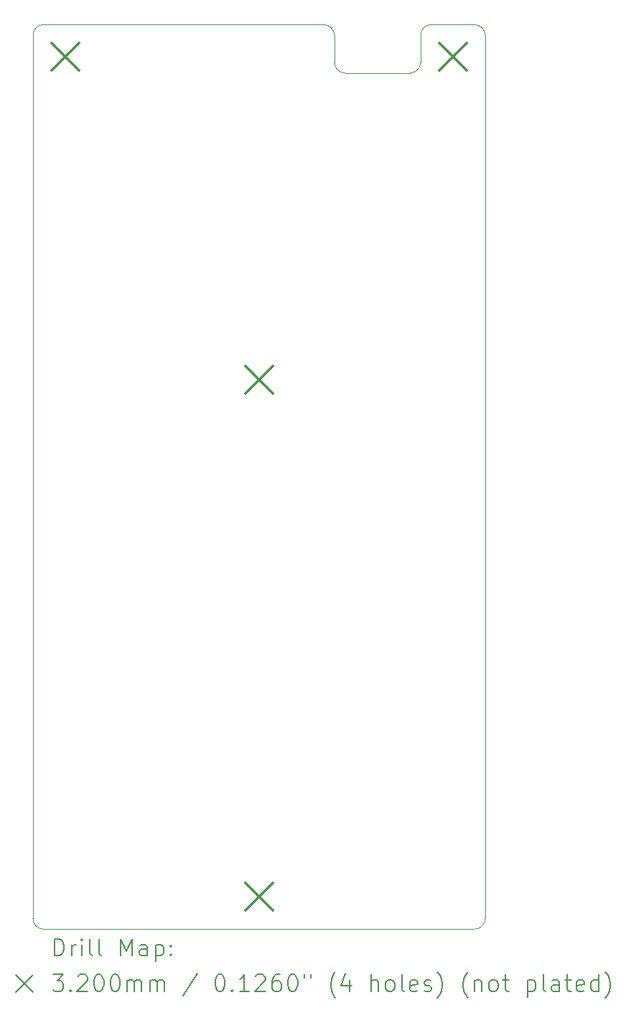
<source format=gbr>
%FSLAX45Y45*%
G04 Gerber Fmt 4.5, Leading zero omitted, Abs format (unit mm)*
G04 Created by KiCad (PCBNEW (6.0.0)) date 2022-08-08 23:12:58*
%MOMM*%
%LPD*%
G01*
G04 APERTURE LIST*
%TA.AperFunction,Profile*%
%ADD10C,0.050000*%
%TD*%
%ADD11C,0.200000*%
%ADD12C,0.320000*%
G04 APERTURE END LIST*
D10*
X5207000Y0D02*
X4699000Y0D01*
X3683000Y-571500D02*
X4445000Y-571500D01*
X0Y-10541000D02*
X0Y-127000D01*
X3429000Y0D02*
X127000Y0D01*
X0Y-10541000D02*
G75*
G03*
X127000Y-10668000I127000J0D01*
G01*
X5207000Y-10668000D02*
X127000Y-10668000D01*
X3556000Y-127000D02*
G75*
G03*
X3429000Y0I-127000J0D01*
G01*
X3556000Y-444500D02*
G75*
G03*
X3683000Y-571500I127000J0D01*
G01*
X5334000Y-127000D02*
X5334000Y-10541000D01*
X127000Y0D02*
G75*
G03*
X0Y-127000I0J-127000D01*
G01*
X4699000Y0D02*
G75*
G03*
X4572000Y-127000I0J-127000D01*
G01*
X5334000Y-127000D02*
G75*
G03*
X5207000Y0I-127000J0D01*
G01*
X3556000Y-127000D02*
X3556000Y-444500D01*
X4445000Y-571500D02*
G75*
G03*
X4572000Y-444500I0J127000D01*
G01*
X5207000Y-10668000D02*
G75*
G03*
X5334000Y-10541000I0J127000D01*
G01*
X4572000Y-444500D02*
X4572000Y-127000D01*
D11*
D12*
X221000Y-221000D02*
X541000Y-541000D01*
X541000Y-221000D02*
X221000Y-541000D01*
X2507000Y-4031000D02*
X2827000Y-4351000D01*
X2827000Y-4031000D02*
X2507000Y-4351000D01*
X2507000Y-10127000D02*
X2827000Y-10447000D01*
X2827000Y-10127000D02*
X2507000Y-10447000D01*
X4793000Y-221000D02*
X5113000Y-541000D01*
X5113000Y-221000D02*
X4793000Y-541000D01*
D11*
X255119Y-10980976D02*
X255119Y-10780976D01*
X302738Y-10780976D01*
X331310Y-10790500D01*
X350357Y-10809548D01*
X359881Y-10828595D01*
X369405Y-10866690D01*
X369405Y-10895262D01*
X359881Y-10933357D01*
X350357Y-10952405D01*
X331310Y-10971452D01*
X302738Y-10980976D01*
X255119Y-10980976D01*
X455119Y-10980976D02*
X455119Y-10847643D01*
X455119Y-10885738D02*
X464643Y-10866690D01*
X474167Y-10857167D01*
X493214Y-10847643D01*
X512262Y-10847643D01*
X578929Y-10980976D02*
X578929Y-10847643D01*
X578929Y-10780976D02*
X569405Y-10790500D01*
X578929Y-10800024D01*
X588452Y-10790500D01*
X578929Y-10780976D01*
X578929Y-10800024D01*
X702738Y-10980976D02*
X683690Y-10971452D01*
X674167Y-10952405D01*
X674167Y-10780976D01*
X807500Y-10980976D02*
X788452Y-10971452D01*
X778928Y-10952405D01*
X778928Y-10780976D01*
X1036071Y-10980976D02*
X1036071Y-10780976D01*
X1102738Y-10923833D01*
X1169405Y-10780976D01*
X1169405Y-10980976D01*
X1350357Y-10980976D02*
X1350357Y-10876214D01*
X1340833Y-10857167D01*
X1321786Y-10847643D01*
X1283690Y-10847643D01*
X1264643Y-10857167D01*
X1350357Y-10971452D02*
X1331310Y-10980976D01*
X1283690Y-10980976D01*
X1264643Y-10971452D01*
X1255119Y-10952405D01*
X1255119Y-10933357D01*
X1264643Y-10914310D01*
X1283690Y-10904786D01*
X1331310Y-10904786D01*
X1350357Y-10895262D01*
X1445595Y-10847643D02*
X1445595Y-11047643D01*
X1445595Y-10857167D02*
X1464643Y-10847643D01*
X1502738Y-10847643D01*
X1521786Y-10857167D01*
X1531309Y-10866690D01*
X1540833Y-10885738D01*
X1540833Y-10942881D01*
X1531309Y-10961929D01*
X1521786Y-10971452D01*
X1502738Y-10980976D01*
X1464643Y-10980976D01*
X1445595Y-10971452D01*
X1626548Y-10961929D02*
X1636071Y-10971452D01*
X1626548Y-10980976D01*
X1617024Y-10971452D01*
X1626548Y-10961929D01*
X1626548Y-10980976D01*
X1626548Y-10857167D02*
X1636071Y-10866690D01*
X1626548Y-10876214D01*
X1617024Y-10866690D01*
X1626548Y-10857167D01*
X1626548Y-10876214D01*
X-202500Y-11210500D02*
X-2500Y-11410500D01*
X-2500Y-11210500D02*
X-202500Y-11410500D01*
X236071Y-11200976D02*
X359881Y-11200976D01*
X293214Y-11277167D01*
X321786Y-11277167D01*
X340833Y-11286690D01*
X350357Y-11296214D01*
X359881Y-11315262D01*
X359881Y-11362881D01*
X350357Y-11381928D01*
X340833Y-11391452D01*
X321786Y-11400976D01*
X264643Y-11400976D01*
X245595Y-11391452D01*
X236071Y-11381928D01*
X445595Y-11381928D02*
X455119Y-11391452D01*
X445595Y-11400976D01*
X436071Y-11391452D01*
X445595Y-11381928D01*
X445595Y-11400976D01*
X531310Y-11220024D02*
X540833Y-11210500D01*
X559881Y-11200976D01*
X607500Y-11200976D01*
X626548Y-11210500D01*
X636071Y-11220024D01*
X645595Y-11239071D01*
X645595Y-11258119D01*
X636071Y-11286690D01*
X521786Y-11400976D01*
X645595Y-11400976D01*
X769405Y-11200976D02*
X788452Y-11200976D01*
X807500Y-11210500D01*
X817024Y-11220024D01*
X826548Y-11239071D01*
X836071Y-11277167D01*
X836071Y-11324786D01*
X826548Y-11362881D01*
X817024Y-11381928D01*
X807500Y-11391452D01*
X788452Y-11400976D01*
X769405Y-11400976D01*
X750357Y-11391452D01*
X740833Y-11381928D01*
X731309Y-11362881D01*
X721786Y-11324786D01*
X721786Y-11277167D01*
X731309Y-11239071D01*
X740833Y-11220024D01*
X750357Y-11210500D01*
X769405Y-11200976D01*
X959881Y-11200976D02*
X978928Y-11200976D01*
X997976Y-11210500D01*
X1007500Y-11220024D01*
X1017024Y-11239071D01*
X1026548Y-11277167D01*
X1026548Y-11324786D01*
X1017024Y-11362881D01*
X1007500Y-11381928D01*
X997976Y-11391452D01*
X978928Y-11400976D01*
X959881Y-11400976D01*
X940833Y-11391452D01*
X931309Y-11381928D01*
X921786Y-11362881D01*
X912262Y-11324786D01*
X912262Y-11277167D01*
X921786Y-11239071D01*
X931309Y-11220024D01*
X940833Y-11210500D01*
X959881Y-11200976D01*
X1112262Y-11400976D02*
X1112262Y-11267643D01*
X1112262Y-11286690D02*
X1121786Y-11277167D01*
X1140833Y-11267643D01*
X1169405Y-11267643D01*
X1188452Y-11277167D01*
X1197976Y-11296214D01*
X1197976Y-11400976D01*
X1197976Y-11296214D02*
X1207500Y-11277167D01*
X1226548Y-11267643D01*
X1255119Y-11267643D01*
X1274167Y-11277167D01*
X1283690Y-11296214D01*
X1283690Y-11400976D01*
X1378929Y-11400976D02*
X1378929Y-11267643D01*
X1378929Y-11286690D02*
X1388452Y-11277167D01*
X1407500Y-11267643D01*
X1436071Y-11267643D01*
X1455119Y-11277167D01*
X1464643Y-11296214D01*
X1464643Y-11400976D01*
X1464643Y-11296214D02*
X1474167Y-11277167D01*
X1493214Y-11267643D01*
X1521786Y-11267643D01*
X1540833Y-11277167D01*
X1550357Y-11296214D01*
X1550357Y-11400976D01*
X1940833Y-11191452D02*
X1769405Y-11448595D01*
X2197976Y-11200976D02*
X2217024Y-11200976D01*
X2236071Y-11210500D01*
X2245595Y-11220024D01*
X2255119Y-11239071D01*
X2264643Y-11277167D01*
X2264643Y-11324786D01*
X2255119Y-11362881D01*
X2245595Y-11381928D01*
X2236071Y-11391452D01*
X2217024Y-11400976D01*
X2197976Y-11400976D01*
X2178929Y-11391452D01*
X2169405Y-11381928D01*
X2159881Y-11362881D01*
X2150357Y-11324786D01*
X2150357Y-11277167D01*
X2159881Y-11239071D01*
X2169405Y-11220024D01*
X2178929Y-11210500D01*
X2197976Y-11200976D01*
X2350357Y-11381928D02*
X2359881Y-11391452D01*
X2350357Y-11400976D01*
X2340833Y-11391452D01*
X2350357Y-11381928D01*
X2350357Y-11400976D01*
X2550357Y-11400976D02*
X2436071Y-11400976D01*
X2493214Y-11400976D02*
X2493214Y-11200976D01*
X2474167Y-11229548D01*
X2455119Y-11248595D01*
X2436071Y-11258119D01*
X2626548Y-11220024D02*
X2636071Y-11210500D01*
X2655119Y-11200976D01*
X2702738Y-11200976D01*
X2721786Y-11210500D01*
X2731310Y-11220024D01*
X2740833Y-11239071D01*
X2740833Y-11258119D01*
X2731310Y-11286690D01*
X2617024Y-11400976D01*
X2740833Y-11400976D01*
X2912262Y-11200976D02*
X2874167Y-11200976D01*
X2855119Y-11210500D01*
X2845595Y-11220024D01*
X2826548Y-11248595D01*
X2817024Y-11286690D01*
X2817024Y-11362881D01*
X2826548Y-11381928D01*
X2836071Y-11391452D01*
X2855119Y-11400976D01*
X2893214Y-11400976D01*
X2912262Y-11391452D01*
X2921786Y-11381928D01*
X2931309Y-11362881D01*
X2931309Y-11315262D01*
X2921786Y-11296214D01*
X2912262Y-11286690D01*
X2893214Y-11277167D01*
X2855119Y-11277167D01*
X2836071Y-11286690D01*
X2826548Y-11296214D01*
X2817024Y-11315262D01*
X3055119Y-11200976D02*
X3074167Y-11200976D01*
X3093214Y-11210500D01*
X3102738Y-11220024D01*
X3112262Y-11239071D01*
X3121786Y-11277167D01*
X3121786Y-11324786D01*
X3112262Y-11362881D01*
X3102738Y-11381928D01*
X3093214Y-11391452D01*
X3074167Y-11400976D01*
X3055119Y-11400976D01*
X3036071Y-11391452D01*
X3026548Y-11381928D01*
X3017024Y-11362881D01*
X3007500Y-11324786D01*
X3007500Y-11277167D01*
X3017024Y-11239071D01*
X3026548Y-11220024D01*
X3036071Y-11210500D01*
X3055119Y-11200976D01*
X3197976Y-11200976D02*
X3197976Y-11239071D01*
X3274167Y-11200976D02*
X3274167Y-11239071D01*
X3569405Y-11477167D02*
X3559881Y-11467643D01*
X3540833Y-11439071D01*
X3531309Y-11420024D01*
X3521786Y-11391452D01*
X3512262Y-11343833D01*
X3512262Y-11305738D01*
X3521786Y-11258119D01*
X3531309Y-11229548D01*
X3540833Y-11210500D01*
X3559881Y-11181929D01*
X3569405Y-11172405D01*
X3731309Y-11267643D02*
X3731309Y-11400976D01*
X3683690Y-11191452D02*
X3636071Y-11334309D01*
X3759881Y-11334309D01*
X3988452Y-11400976D02*
X3988452Y-11200976D01*
X4074167Y-11400976D02*
X4074167Y-11296214D01*
X4064643Y-11277167D01*
X4045595Y-11267643D01*
X4017024Y-11267643D01*
X3997976Y-11277167D01*
X3988452Y-11286690D01*
X4197976Y-11400976D02*
X4178928Y-11391452D01*
X4169405Y-11381928D01*
X4159881Y-11362881D01*
X4159881Y-11305738D01*
X4169405Y-11286690D01*
X4178928Y-11277167D01*
X4197976Y-11267643D01*
X4226548Y-11267643D01*
X4245595Y-11277167D01*
X4255119Y-11286690D01*
X4264643Y-11305738D01*
X4264643Y-11362881D01*
X4255119Y-11381928D01*
X4245595Y-11391452D01*
X4226548Y-11400976D01*
X4197976Y-11400976D01*
X4378929Y-11400976D02*
X4359881Y-11391452D01*
X4350357Y-11372405D01*
X4350357Y-11200976D01*
X4531310Y-11391452D02*
X4512262Y-11400976D01*
X4474167Y-11400976D01*
X4455119Y-11391452D01*
X4445595Y-11372405D01*
X4445595Y-11296214D01*
X4455119Y-11277167D01*
X4474167Y-11267643D01*
X4512262Y-11267643D01*
X4531310Y-11277167D01*
X4540833Y-11296214D01*
X4540833Y-11315262D01*
X4445595Y-11334309D01*
X4617024Y-11391452D02*
X4636071Y-11400976D01*
X4674167Y-11400976D01*
X4693214Y-11391452D01*
X4702738Y-11372405D01*
X4702738Y-11362881D01*
X4693214Y-11343833D01*
X4674167Y-11334309D01*
X4645595Y-11334309D01*
X4626548Y-11324786D01*
X4617024Y-11305738D01*
X4617024Y-11296214D01*
X4626548Y-11277167D01*
X4645595Y-11267643D01*
X4674167Y-11267643D01*
X4693214Y-11277167D01*
X4769405Y-11477167D02*
X4778929Y-11467643D01*
X4797976Y-11439071D01*
X4807500Y-11420024D01*
X4817024Y-11391452D01*
X4826548Y-11343833D01*
X4826548Y-11305738D01*
X4817024Y-11258119D01*
X4807500Y-11229548D01*
X4797976Y-11210500D01*
X4778929Y-11181929D01*
X4769405Y-11172405D01*
X5131310Y-11477167D02*
X5121786Y-11467643D01*
X5102738Y-11439071D01*
X5093214Y-11420024D01*
X5083690Y-11391452D01*
X5074167Y-11343833D01*
X5074167Y-11305738D01*
X5083690Y-11258119D01*
X5093214Y-11229548D01*
X5102738Y-11210500D01*
X5121786Y-11181929D01*
X5131310Y-11172405D01*
X5207500Y-11267643D02*
X5207500Y-11400976D01*
X5207500Y-11286690D02*
X5217024Y-11277167D01*
X5236071Y-11267643D01*
X5264643Y-11267643D01*
X5283690Y-11277167D01*
X5293214Y-11296214D01*
X5293214Y-11400976D01*
X5417024Y-11400976D02*
X5397976Y-11391452D01*
X5388452Y-11381928D01*
X5378929Y-11362881D01*
X5378929Y-11305738D01*
X5388452Y-11286690D01*
X5397976Y-11277167D01*
X5417024Y-11267643D01*
X5445595Y-11267643D01*
X5464643Y-11277167D01*
X5474167Y-11286690D01*
X5483690Y-11305738D01*
X5483690Y-11362881D01*
X5474167Y-11381928D01*
X5464643Y-11391452D01*
X5445595Y-11400976D01*
X5417024Y-11400976D01*
X5540833Y-11267643D02*
X5617024Y-11267643D01*
X5569405Y-11200976D02*
X5569405Y-11372405D01*
X5578929Y-11391452D01*
X5597976Y-11400976D01*
X5617024Y-11400976D01*
X5836071Y-11267643D02*
X5836071Y-11467643D01*
X5836071Y-11277167D02*
X5855119Y-11267643D01*
X5893214Y-11267643D01*
X5912262Y-11277167D01*
X5921786Y-11286690D01*
X5931309Y-11305738D01*
X5931309Y-11362881D01*
X5921786Y-11381928D01*
X5912262Y-11391452D01*
X5893214Y-11400976D01*
X5855119Y-11400976D01*
X5836071Y-11391452D01*
X6045595Y-11400976D02*
X6026548Y-11391452D01*
X6017024Y-11372405D01*
X6017024Y-11200976D01*
X6207500Y-11400976D02*
X6207500Y-11296214D01*
X6197976Y-11277167D01*
X6178928Y-11267643D01*
X6140833Y-11267643D01*
X6121786Y-11277167D01*
X6207500Y-11391452D02*
X6188452Y-11400976D01*
X6140833Y-11400976D01*
X6121786Y-11391452D01*
X6112262Y-11372405D01*
X6112262Y-11353357D01*
X6121786Y-11334309D01*
X6140833Y-11324786D01*
X6188452Y-11324786D01*
X6207500Y-11315262D01*
X6274167Y-11267643D02*
X6350357Y-11267643D01*
X6302738Y-11200976D02*
X6302738Y-11372405D01*
X6312262Y-11391452D01*
X6331309Y-11400976D01*
X6350357Y-11400976D01*
X6493214Y-11391452D02*
X6474167Y-11400976D01*
X6436071Y-11400976D01*
X6417024Y-11391452D01*
X6407500Y-11372405D01*
X6407500Y-11296214D01*
X6417024Y-11277167D01*
X6436071Y-11267643D01*
X6474167Y-11267643D01*
X6493214Y-11277167D01*
X6502738Y-11296214D01*
X6502738Y-11315262D01*
X6407500Y-11334309D01*
X6674167Y-11400976D02*
X6674167Y-11200976D01*
X6674167Y-11391452D02*
X6655119Y-11400976D01*
X6617024Y-11400976D01*
X6597976Y-11391452D01*
X6588452Y-11381928D01*
X6578928Y-11362881D01*
X6578928Y-11305738D01*
X6588452Y-11286690D01*
X6597976Y-11277167D01*
X6617024Y-11267643D01*
X6655119Y-11267643D01*
X6674167Y-11277167D01*
X6750357Y-11477167D02*
X6759881Y-11467643D01*
X6778928Y-11439071D01*
X6788452Y-11420024D01*
X6797976Y-11391452D01*
X6807500Y-11343833D01*
X6807500Y-11305738D01*
X6797976Y-11258119D01*
X6788452Y-11229548D01*
X6778928Y-11210500D01*
X6759881Y-11181929D01*
X6750357Y-11172405D01*
M02*

</source>
